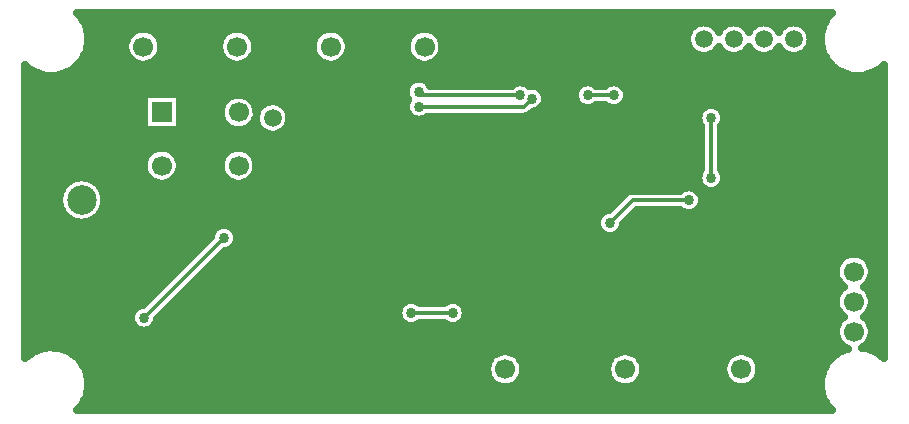
<source format=gbr>
%TF.GenerationSoftware,Novarm,DipTrace,3.3.0.1*%
%TF.CreationDate,2018-11-14T10:18:32-08:00*%
%FSLAX26Y26*%
%MOIN*%
%TF.FileFunction,Copper,L2,Bot*%
%TF.Part,Single*%
%TA.AperFunction,Conductor*%
%ADD14C,0.013*%
%TA.AperFunction,CopperBalancing*%
%ADD18C,0.025*%
%TA.AperFunction,ComponentPad*%
%ADD19C,0.102362*%
%ADD20C,0.098425*%
%ADD23R,0.066929X0.066929*%
%ADD24C,0.066929*%
%ADD25R,0.059055X0.059055*%
%ADD26C,0.059055*%
%ADD28C,0.066929*%
%TA.AperFunction,ViaPad*%
%ADD43C,0.034*%
G75*
G01*
%LPD*%
X2718700Y1406200D2*
D14*
Y1206200D1*
X2393700Y1481200D2*
X2306200D1*
X2643700Y1131200D2*
X2456200D1*
X2381200Y1056200D1*
X1718700Y756200D2*
X1856200D1*
X2120865Y1470865D2*
X2093700Y1443700D1*
X1743700D1*
Y1493700D2*
Y1481200D1*
X2081200D1*
X828050Y740550D2*
X1093700Y1006200D1*
D43*
X2718700Y1406200D3*
Y1206200D3*
X2393700Y1481200D3*
X2306200D3*
X2643700Y1131200D3*
X2381200Y1056200D3*
X2718700Y1206200D3*
X1718700Y756200D3*
X1856200D3*
X2120865Y1470865D3*
X1743700Y1443700D3*
Y1493700D3*
X2081200Y1481200D3*
X828050Y740550D3*
X1093700Y1006200D3*
X3043700Y1343700D3*
X2006200Y1231200D3*
X1906200Y993700D3*
X2818700Y893700D3*
X3006200D3*
X2006200Y1393700D3*
X2243700Y1418700D3*
X2318700Y1181200D3*
X2193700Y1306200D3*
X2568700Y1206200D3*
X2843700Y1006200D3*
X3006200D3*
X2718700Y868700D3*
X2618700Y956200D3*
X1956200Y1531200D3*
X2868700Y731200D3*
X2543700Y818700D3*
X2393700Y831200D3*
X2181200D3*
X1793700Y943700D3*
X1806200Y693700D3*
X1456200Y631200D3*
X1081200D3*
X1431200Y881200D3*
X1081200Y918700D3*
X1443700Y1093700D3*
X1093700Y1156200D3*
X1243700Y1243700D3*
X1556200Y1331200D3*
X1681200Y1543700D3*
X1931200Y1643700D3*
X1568700Y1631200D3*
X1406200Y1568700D3*
X931200Y1631200D3*
Y1543700D3*
X1143700D3*
X1256200Y1681200D3*
X1018700Y1331200D3*
X806200Y618700D3*
X606200Y831200D3*
X3131200Y1081200D3*
X2281200Y1631200D3*
X1706200Y1056200D3*
X1718700Y1218700D3*
X2568700Y1343700D3*
X2781200Y1356200D3*
X2931200Y1343700D3*
X2318700Y731200D3*
X2293700Y581200D3*
X2718700Y656200D3*
X3106200Y681200D3*
X627237Y1730331D2*
D18*
X3097671D1*
X638182Y1705462D2*
X2648903D1*
X3038474D2*
X3086726D1*
X643241Y1680594D2*
X775318D1*
X874873D2*
X1087834D1*
X1187352D2*
X1400313D1*
X1499868D2*
X1712829D1*
X1812384D2*
X2636452D1*
X3050962D2*
X3081630D1*
X643133Y1655725D2*
X763835D1*
X886356D2*
X1076351D1*
X1198835D2*
X1388867D1*
X1511351D2*
X1701346D1*
X1823831D2*
X2636703D1*
X3050710D2*
X3081775D1*
X637859Y1630856D2*
X764015D1*
X886176D2*
X1076531D1*
X1198657D2*
X1389010D1*
X1511171D2*
X1701525D1*
X1823687D2*
X2649872D1*
X3037506D2*
X3087049D1*
X626591Y1605987D2*
X775965D1*
X874228D2*
X1088480D1*
X1186707D2*
X1400960D1*
X1499222D2*
X1713474D1*
X1811701D2*
X3098317D1*
X607033Y1581119D2*
X3117875D1*
X434718Y1556250D2*
X467289D1*
X570109D2*
X3154763D1*
X3257619D2*
X3290190D1*
X434718Y1531381D2*
X1719468D1*
X1767923D2*
X3290190D1*
X434718Y1506512D2*
X1699624D1*
X2148296D2*
X2268315D1*
X2431565D2*
X3290190D1*
X434718Y1481644D2*
X824301D1*
X949262D2*
X1122533D1*
X1162844D2*
X1699409D1*
X2165520D2*
X2260207D1*
X2439710D2*
X3290190D1*
X434718Y1456775D2*
X824301D1*
X949262D2*
X1089735D1*
X1195607D2*
X1229577D1*
X1282805D2*
X1699695D1*
X2164515D2*
X2267707D1*
X2432212D2*
X3290190D1*
X434718Y1431906D2*
X824301D1*
X949262D2*
X1080693D1*
X1308498D2*
X1699336D1*
X2142697D2*
X2681092D1*
X2756281D2*
X3290190D1*
X434718Y1407037D2*
X824301D1*
X949262D2*
X1082775D1*
X1314705D2*
X1717781D1*
X1769609D2*
X2672695D1*
X2764678D2*
X3290190D1*
X434718Y1382169D2*
X824301D1*
X949262D2*
X1097558D1*
X1187819D2*
X1203094D1*
X1309323D2*
X2679944D1*
X2757465D2*
X3290190D1*
X434718Y1357300D2*
X1226347D1*
X1286035D2*
X2683209D1*
X2754200D2*
X3290190D1*
X434718Y1332431D2*
X2683209D1*
X2754200D2*
X3290190D1*
X434718Y1307562D2*
X2683209D1*
X2754200D2*
X3290190D1*
X434718Y1282693D2*
X835962D1*
X937599D2*
X1091889D1*
X1193489D2*
X2683209D1*
X2754200D2*
X3290190D1*
X434718Y1257825D2*
X825270D1*
X948292D2*
X1081159D1*
X1204183D2*
X2683209D1*
X2754200D2*
X3290190D1*
X434718Y1232956D2*
X826023D1*
X947539D2*
X1081949D1*
X1203428D2*
X2681917D1*
X2755491D2*
X3290190D1*
X434718Y1208087D2*
X612045D1*
X628133D2*
X838797D1*
X934764D2*
X1094724D1*
X1190654D2*
X2672730D1*
X2764642D2*
X3290190D1*
X434718Y1183218D2*
X561305D1*
X678875D2*
X2679262D1*
X2758148D2*
X3290190D1*
X434718Y1158350D2*
X546377D1*
X693766D2*
X2434926D1*
X2680171D2*
X3290190D1*
X434718Y1133481D2*
X541856D1*
X698288D2*
X2409305D1*
X2689645D2*
X3290190D1*
X434718Y1108612D2*
X545767D1*
X694411D2*
X2384438D1*
X2683364D2*
X3290190D1*
X434718Y1083743D2*
X559726D1*
X680453D2*
X2345036D1*
X2457905D2*
X3290190D1*
X434718Y1058875D2*
X600239D1*
X639903D2*
X2335276D1*
X2433036D2*
X3290190D1*
X434718Y1034006D2*
X1057763D1*
X1129651D2*
X2341305D1*
X2421123D2*
X3290190D1*
X434718Y1009137D2*
X1047464D1*
X1139591D2*
X3290190D1*
X434718Y984268D2*
X1022596D1*
X1133777D2*
X3290190D1*
X434718Y959399D2*
X997729D1*
X1096064D2*
X3290190D1*
X434718Y934531D2*
X972861D1*
X1071196D2*
X3147300D1*
X3240108D2*
X3290190D1*
X434718Y909662D2*
X947993D1*
X1046329D2*
X3133413D1*
X3253995D2*
X3290190D1*
X434718Y884793D2*
X923125D1*
X1021460D2*
X3131905D1*
X3255502D2*
X3290190D1*
X434718Y859924D2*
X898258D1*
X996592D2*
X3141666D1*
X3245742D2*
X3290190D1*
X434718Y835056D2*
X873390D1*
X971725D2*
X3147766D1*
X3239606D2*
X3290190D1*
X434718Y810187D2*
X848523D1*
X946857D2*
X3133556D1*
X3253851D2*
X3290190D1*
X434718Y785318D2*
X823654D1*
X921989D2*
X1683871D1*
X1891006D2*
X3131833D1*
X3255574D2*
X3290190D1*
X434718Y760449D2*
X786873D1*
X897121D2*
X1672926D1*
X1901986D2*
X3141306D1*
X3246100D2*
X3290190D1*
X434718Y735581D2*
X782352D1*
X873760D2*
X1677914D1*
X1896998D2*
X3148268D1*
X3239103D2*
X3290190D1*
X434718Y710712D2*
X793906D1*
X862207D2*
X3133699D1*
X3253708D2*
X3290190D1*
X434718Y685843D2*
X3131762D1*
X3255646D2*
X3290190D1*
X434718Y660974D2*
X3140948D1*
X3246460D2*
X3290190D1*
X434718Y636106D2*
X480781D1*
X556616D2*
X3168292D1*
X3244127D2*
X3290190D1*
X601687Y611237D2*
X1986445D1*
X2075953D2*
X2386447D1*
X2475955D2*
X2773924D1*
X2863468D2*
X3123221D1*
X623469Y586368D2*
X1971410D1*
X2090989D2*
X2371411D1*
X2490990D2*
X2758889D1*
X2878503D2*
X3101439D1*
X636136Y561499D2*
X1969186D1*
X2093213D2*
X2369187D1*
X2493214D2*
X2756663D1*
X2880728D2*
X3088772D1*
X642523Y536630D2*
X1978049D1*
X2084386D2*
X2378014D1*
X2484351D2*
X2765527D1*
X2871864D2*
X3082385D1*
X643636Y511762D2*
X2009878D1*
X2052520D2*
X2409878D1*
X2452522D2*
X2797393D1*
X2839999D2*
X3081272D1*
X639616Y486893D2*
X3085255D1*
X629964Y462024D2*
X3094944D1*
X612775Y437155D2*
X3112096D1*
X695557Y1126637D2*
X694859Y1120734D1*
X693699Y1114903D1*
X692085Y1109182D1*
X690027Y1103604D1*
X687539Y1098205D1*
X684633Y1093018D1*
X681331Y1088075D1*
X677650Y1083406D1*
X673615Y1079041D1*
X669250Y1075006D1*
X664581Y1071325D1*
X659638Y1068023D1*
X654451Y1065117D1*
X649052Y1062629D1*
X643474Y1060571D1*
X637752Y1058957D1*
X631922Y1057797D1*
X626019Y1057099D1*
X620078Y1056865D1*
X614137Y1057099D1*
X608234Y1057797D1*
X602403Y1058957D1*
X596682Y1060571D1*
X591104Y1062629D1*
X585705Y1065117D1*
X580518Y1068023D1*
X575575Y1071325D1*
X570906Y1075006D1*
X566541Y1079041D1*
X562506Y1083406D1*
X558825Y1088075D1*
X555523Y1093018D1*
X552617Y1098205D1*
X550129Y1103604D1*
X548071Y1109182D1*
X546457Y1114903D1*
X545297Y1120734D1*
X544599Y1126637D1*
X544365Y1132578D1*
X544599Y1138519D1*
X545297Y1144422D1*
X546457Y1150252D1*
X548071Y1155974D1*
X550129Y1161552D1*
X552617Y1166951D1*
X555523Y1172138D1*
X558825Y1177081D1*
X562506Y1181750D1*
X566541Y1186115D1*
X570906Y1190150D1*
X575575Y1193831D1*
X580518Y1197133D1*
X585705Y1200039D1*
X591104Y1202527D1*
X596682Y1204585D1*
X602403Y1206199D1*
X608234Y1207359D1*
X614137Y1208057D1*
X620078Y1208291D1*
X626019Y1208057D1*
X631922Y1207359D1*
X637752Y1206199D1*
X643474Y1204585D1*
X649052Y1202527D1*
X654451Y1200039D1*
X659638Y1197133D1*
X664581Y1193831D1*
X669250Y1190150D1*
X673615Y1186115D1*
X677650Y1181750D1*
X681331Y1177081D1*
X684633Y1172138D1*
X687539Y1166951D1*
X690027Y1161552D1*
X692085Y1155974D1*
X693699Y1150252D1*
X694859Y1144422D1*
X695557Y1138519D1*
X695791Y1132578D1*
X695557Y1126637D1*
X3253480Y888995D2*
X3252007Y879701D1*
X3249100Y870752D1*
X3244829Y862368D1*
X3239297Y854756D1*
X3232644Y848103D1*
X3226759Y843726D1*
X3232644Y839297D1*
X3239297Y832644D1*
X3244829Y825032D1*
X3249100Y816648D1*
X3252007Y807699D1*
X3253480Y798405D1*
Y788995D1*
X3252007Y779701D1*
X3249100Y770752D1*
X3244829Y762368D1*
X3239297Y754756D1*
X3232644Y748103D1*
X3226759Y743726D1*
X3232644Y739297D1*
X3239297Y732644D1*
X3244829Y725032D1*
X3249100Y716648D1*
X3252007Y707699D1*
X3253480Y698405D1*
Y688995D1*
X3252007Y679701D1*
X3249100Y670752D1*
X3244829Y662368D1*
X3239297Y654756D1*
X3232644Y648103D1*
X3225032Y642571D1*
X3221165Y640406D1*
X3234360Y638054D1*
X3243213Y635612D1*
X3251859Y632514D1*
X3260249Y628777D1*
X3268335Y624424D1*
X3276074Y619477D1*
X3283420Y613965D1*
X3292724Y605490D1*
X3292700Y1581809D1*
X3282532Y1572722D1*
X3275134Y1567279D1*
X3267351Y1562403D1*
X3259225Y1558125D1*
X3250800Y1554466D1*
X3242127Y1551449D1*
X3233250Y1549090D1*
X3224222Y1547401D1*
X3215094Y1546392D1*
X3205915Y1546069D1*
X3196738Y1546435D1*
X3187615Y1547485D1*
X3178595Y1549216D1*
X3169730Y1551617D1*
X3161070Y1554675D1*
X3152663Y1558372D1*
X3144556Y1562688D1*
X3136794Y1567599D1*
X3129423Y1573077D1*
X3122482Y1579091D1*
X3116011Y1585608D1*
X3110045Y1592591D1*
X3104619Y1600001D1*
X3099762Y1607796D1*
X3095502Y1615932D1*
X3091864Y1624365D1*
X3088867Y1633046D1*
X3086527Y1641928D1*
X3084859Y1650959D1*
X3083872Y1660090D1*
X3083570Y1669270D1*
X3083957Y1678445D1*
X3085029Y1687567D1*
X3086780Y1696582D1*
X3089203Y1705441D1*
X3092280Y1714095D1*
X3095997Y1722493D1*
X3100333Y1730590D1*
X3105260Y1738339D1*
X3110755Y1745699D1*
X3119414Y1755224D1*
X605596Y1755200D1*
X615208Y1744361D1*
X620599Y1736927D1*
X625420Y1729109D1*
X629642Y1720953D1*
X633241Y1712503D1*
X636199Y1703809D1*
X638497Y1694917D1*
X640123Y1685877D1*
X641067Y1676742D1*
X641331Y1668700D1*
X640987Y1659523D1*
X639957Y1650396D1*
X638247Y1641372D1*
X635867Y1632502D1*
X632830Y1623835D1*
X629151Y1615419D1*
X624855Y1607302D1*
X619961Y1599529D1*
X614501Y1592145D1*
X608503Y1585191D1*
X602001Y1578704D1*
X595032Y1572722D1*
X587634Y1567279D1*
X579851Y1562403D1*
X571725Y1558125D1*
X563300Y1554466D1*
X554627Y1551449D1*
X545750Y1549090D1*
X536722Y1547401D1*
X527594Y1546392D1*
X518415Y1546069D1*
X509238Y1546435D1*
X500115Y1547485D1*
X491095Y1549216D1*
X482230Y1551617D1*
X473570Y1554675D1*
X465163Y1558372D1*
X457056Y1562688D1*
X449294Y1567599D1*
X441923Y1573077D1*
X432176Y1581917D1*
X432200Y605591D1*
X442814Y615032D1*
X450237Y620441D1*
X458043Y625279D1*
X466190Y629520D1*
X474630Y633140D1*
X483319Y636116D1*
X492205Y638435D1*
X501241Y640082D1*
X510375Y641048D1*
X519554Y641329D1*
X528729Y640920D1*
X537848Y639827D1*
X546860Y638054D1*
X555713Y635612D1*
X564359Y632514D1*
X572749Y628777D1*
X580835Y624424D1*
X588574Y619477D1*
X595920Y613965D1*
X602833Y607919D1*
X609275Y601372D1*
X615208Y594361D1*
X620599Y586927D1*
X625420Y579109D1*
X629642Y570953D1*
X633241Y562503D1*
X636199Y553809D1*
X638497Y544917D1*
X640123Y535877D1*
X641067Y526742D1*
X641331Y518700D1*
X640987Y509523D1*
X639957Y500396D1*
X638247Y491372D1*
X635867Y482502D1*
X632830Y473835D1*
X629151Y465419D1*
X624855Y457302D1*
X619961Y449529D1*
X614501Y442145D1*
X605481Y432175D1*
X3119304Y432200D1*
X3110045Y442591D1*
X3104619Y450001D1*
X3099762Y457796D1*
X3095502Y465932D1*
X3091864Y474365D1*
X3088867Y483046D1*
X3086527Y491928D1*
X3084859Y500959D1*
X3083872Y510090D1*
X3083570Y519270D1*
X3083957Y528445D1*
X3085029Y537567D1*
X3086780Y546582D1*
X3089203Y555441D1*
X3092280Y564095D1*
X3095997Y572493D1*
X3100333Y580590D1*
X3105260Y588339D1*
X3110755Y595699D1*
X3116785Y602625D1*
X3123318Y609082D1*
X3130314Y615032D1*
X3137737Y620441D1*
X3145543Y625279D1*
X3153690Y629520D1*
X3162130Y633140D1*
X3174186Y636995D1*
X3166477Y640271D1*
X3158453Y645188D1*
X3151298Y651298D1*
X3145188Y658453D1*
X3140271Y666477D1*
X3136670Y675170D1*
X3134474Y684319D1*
X3133735Y693700D1*
X3134474Y703081D1*
X3136670Y712230D1*
X3140271Y720923D1*
X3145188Y728947D1*
X3151298Y736102D1*
X3158453Y742212D1*
X3160641Y743674D1*
X3154756Y748103D1*
X3148103Y754756D1*
X3142571Y762368D1*
X3138300Y770752D1*
X3135393Y779701D1*
X3133920Y788995D1*
Y798405D1*
X3135393Y807699D1*
X3138300Y816648D1*
X3142571Y825032D1*
X3148103Y832644D1*
X3154756Y839297D1*
X3160641Y843674D1*
X3154756Y848103D1*
X3148103Y854756D1*
X3142571Y862368D1*
X3138300Y870752D1*
X3135393Y879701D1*
X3133920Y888995D1*
Y898405D1*
X3135393Y907699D1*
X3138300Y916648D1*
X3142571Y925032D1*
X3148103Y932644D1*
X3154756Y939297D1*
X3162368Y944829D1*
X3170752Y949100D1*
X3179701Y952007D1*
X3188995Y953480D1*
X3198405D1*
X3207699Y952007D1*
X3216648Y949100D1*
X3225032Y944829D1*
X3232644Y939297D1*
X3239297Y932644D1*
X3244829Y925032D1*
X3249100Y916648D1*
X3252007Y907699D1*
X3253480Y898405D1*
Y888995D1*
X2090980Y563995D2*
X2089507Y554701D1*
X2086600Y545752D1*
X2082329Y537368D1*
X2076797Y529756D1*
X2070144Y523103D1*
X2062532Y517571D1*
X2054148Y513300D1*
X2045199Y510393D1*
X2035905Y508920D1*
X2026495D1*
X2017201Y510393D1*
X2008252Y513300D1*
X1999868Y517571D1*
X1992256Y523103D1*
X1985603Y529756D1*
X1980071Y537368D1*
X1975800Y545752D1*
X1972893Y554701D1*
X1971420Y563995D1*
Y573405D1*
X1972893Y582699D1*
X1975800Y591648D1*
X1980071Y600032D1*
X1985603Y607644D1*
X1992256Y614297D1*
X1999868Y619829D1*
X2008252Y624100D1*
X2017201Y627007D1*
X2026495Y628480D1*
X2035905D1*
X2045199Y627007D1*
X2054148Y624100D1*
X2062532Y619829D1*
X2070144Y614297D1*
X2076797Y607644D1*
X2082329Y600032D1*
X2086600Y591648D1*
X2089507Y582699D1*
X2090980Y573405D1*
Y563995D1*
X2490980D2*
X2489507Y554701D1*
X2486600Y545752D1*
X2482329Y537368D1*
X2476797Y529756D1*
X2470144Y523103D1*
X2462532Y517571D1*
X2454148Y513300D1*
X2445199Y510393D1*
X2435905Y508920D1*
X2426495D1*
X2417201Y510393D1*
X2408252Y513300D1*
X2399868Y517571D1*
X2392256Y523103D1*
X2385603Y529756D1*
X2380071Y537368D1*
X2375800Y545752D1*
X2372893Y554701D1*
X2371420Y563995D1*
Y573405D1*
X2372893Y582699D1*
X2375800Y591648D1*
X2380071Y600032D1*
X2385603Y607644D1*
X2392256Y614297D1*
X2399868Y619829D1*
X2408252Y624100D1*
X2417201Y627007D1*
X2426495Y628480D1*
X2435905D1*
X2445199Y627007D1*
X2454148Y624100D1*
X2462532Y619829D1*
X2470144Y614297D1*
X2476797Y607644D1*
X2482329Y600032D1*
X2486600Y591648D1*
X2489507Y582699D1*
X2490980Y573405D1*
Y563995D1*
X2878480D2*
X2877007Y554701D1*
X2874100Y545752D1*
X2869829Y537368D1*
X2864297Y529756D1*
X2857644Y523103D1*
X2850032Y517571D1*
X2841648Y513300D1*
X2832699Y510393D1*
X2823405Y508920D1*
X2813995D1*
X2804701Y510393D1*
X2795752Y513300D1*
X2787368Y517571D1*
X2779756Y523103D1*
X2773103Y529756D1*
X2767571Y537368D1*
X2763300Y545752D1*
X2760393Y554701D1*
X2758920Y563995D1*
Y573405D1*
X2760393Y582699D1*
X2763300Y591648D1*
X2767571Y600032D1*
X2773103Y607644D1*
X2779756Y614297D1*
X2787368Y619829D1*
X2795752Y624100D1*
X2804701Y627007D1*
X2813995Y628480D1*
X2823405D1*
X2832699Y627007D1*
X2841648Y624100D1*
X2850032Y619829D1*
X2857644Y614297D1*
X2864297Y607644D1*
X2869829Y600032D1*
X2874100Y591648D1*
X2877007Y582699D1*
X2878480Y573405D1*
Y563995D1*
X1312054Y1401804D2*
X1310679Y1393121D1*
X1307962Y1384759D1*
X1303972Y1376926D1*
X1298804Y1369813D1*
X1292587Y1363596D1*
X1285474Y1358428D1*
X1277641Y1354438D1*
X1269279Y1351721D1*
X1260596Y1350346D1*
X1251804D1*
X1243121Y1351721D1*
X1234759Y1354438D1*
X1226926Y1358428D1*
X1219813Y1363596D1*
X1213596Y1369813D1*
X1208428Y1376926D1*
X1204438Y1384759D1*
X1201721Y1393121D1*
X1200346Y1401804D1*
X1200222Y1407453D1*
X1198087Y1401393D1*
X1193815Y1393008D1*
X1188284Y1385397D1*
X1181630Y1378743D1*
X1174019Y1373212D1*
X1165634Y1368940D1*
X1156686Y1366033D1*
X1147392Y1364561D1*
X1137982D1*
X1128688Y1366033D1*
X1119739Y1368940D1*
X1111355Y1373212D1*
X1103743Y1378743D1*
X1097090Y1385397D1*
X1091558Y1393008D1*
X1087287Y1401393D1*
X1084380Y1410342D1*
X1082907Y1419636D1*
Y1429045D1*
X1084380Y1438339D1*
X1087287Y1447288D1*
X1091558Y1455672D1*
X1097090Y1463284D1*
X1103743Y1469938D1*
X1111355Y1475469D1*
X1119739Y1479741D1*
X1128688Y1482648D1*
X1137982Y1484120D1*
X1147392D1*
X1156686Y1482648D1*
X1165634Y1479741D1*
X1174019Y1475469D1*
X1181630Y1469938D1*
X1188284Y1463284D1*
X1193815Y1455672D1*
X1198087Y1447288D1*
X1200994Y1438339D1*
X1202466Y1429045D1*
X1202577Y1422448D1*
X1204438Y1427641D1*
X1208428Y1435474D1*
X1213596Y1442587D1*
X1219813Y1448804D1*
X1226926Y1453972D1*
X1234759Y1457962D1*
X1243121Y1460679D1*
X1251804Y1462054D1*
X1260596D1*
X1269279Y1460679D1*
X1277641Y1457962D1*
X1285474Y1453972D1*
X1292587Y1448804D1*
X1298804Y1442587D1*
X1303972Y1435474D1*
X1307962Y1427641D1*
X1310679Y1419279D1*
X1312054Y1410596D1*
Y1401804D1*
X2743700Y1643436D2*
X2739027Y1635768D1*
X2733318Y1629082D1*
X2726632Y1623373D1*
X2719136Y1618779D1*
X2711014Y1615415D1*
X2702465Y1613363D1*
X2693700Y1612672D1*
X2684935Y1613363D1*
X2676386Y1615415D1*
X2668264Y1618779D1*
X2660768Y1623373D1*
X2654082Y1629082D1*
X2648373Y1635768D1*
X2643779Y1643264D1*
X2640415Y1651386D1*
X2638363Y1659935D1*
X2637672Y1668700D1*
X2638363Y1677465D1*
X2640415Y1686014D1*
X2643779Y1694136D1*
X2648373Y1701632D1*
X2654082Y1708318D1*
X2660768Y1714027D1*
X2668264Y1718621D1*
X2676386Y1721985D1*
X2684935Y1724037D1*
X2693700Y1724728D1*
X2702465Y1724037D1*
X2711014Y1721985D1*
X2719136Y1718621D1*
X2726632Y1714027D1*
X2733318Y1708318D1*
X2739027Y1701632D1*
X2743700Y1693964D1*
X2748373Y1701632D1*
X2754082Y1708318D1*
X2760768Y1714027D1*
X2768264Y1718621D1*
X2776386Y1721985D1*
X2784935Y1724037D1*
X2793700Y1724728D1*
X2802465Y1724037D1*
X2811014Y1721985D1*
X2819136Y1718621D1*
X2826632Y1714027D1*
X2833318Y1708318D1*
X2839027Y1701632D1*
X2843700Y1693964D1*
X2848373Y1701632D1*
X2854082Y1708318D1*
X2860768Y1714027D1*
X2868264Y1718621D1*
X2876386Y1721985D1*
X2884935Y1724037D1*
X2893700Y1724728D1*
X2902465Y1724037D1*
X2911014Y1721985D1*
X2919136Y1718621D1*
X2926632Y1714027D1*
X2933318Y1708318D1*
X2939027Y1701632D1*
X2943700Y1693964D1*
X2948373Y1701632D1*
X2954082Y1708318D1*
X2960768Y1714027D1*
X2968264Y1718621D1*
X2976386Y1721985D1*
X2984935Y1724037D1*
X2993700Y1724728D1*
X3002465Y1724037D1*
X3011014Y1721985D1*
X3019136Y1718621D1*
X3026632Y1714027D1*
X3033318Y1708318D1*
X3039027Y1701632D1*
X3043621Y1694136D1*
X3046985Y1686014D1*
X3049037Y1677465D1*
X3049728Y1668700D1*
X3049037Y1659935D1*
X3046985Y1651386D1*
X3043621Y1643264D1*
X3039027Y1635768D1*
X3033318Y1629082D1*
X3026632Y1623373D1*
X3019136Y1618779D1*
X3011014Y1615415D1*
X3002465Y1613363D1*
X2993700Y1612672D1*
X2984935Y1613363D1*
X2976386Y1615415D1*
X2968264Y1618779D1*
X2960768Y1623373D1*
X2954082Y1629082D1*
X2948373Y1635768D1*
X2943700Y1643436D1*
X2939027Y1635768D1*
X2933318Y1629082D1*
X2926632Y1623373D1*
X2919136Y1618779D1*
X2911014Y1615415D1*
X2902465Y1613363D1*
X2893700Y1612672D1*
X2884935Y1613363D1*
X2876386Y1615415D1*
X2868264Y1618779D1*
X2860768Y1623373D1*
X2854082Y1629082D1*
X2848373Y1635768D1*
X2843700Y1643436D1*
X2839027Y1635768D1*
X2833318Y1629082D1*
X2826632Y1623373D1*
X2819136Y1618779D1*
X2811014Y1615415D1*
X2802465Y1613363D1*
X2793700Y1612672D1*
X2784935Y1613363D1*
X2776386Y1615415D1*
X2768264Y1618779D1*
X2760768Y1623373D1*
X2754082Y1629082D1*
X2748373Y1635768D1*
X2743700Y1643436D1*
X1822377Y1638995D2*
X1820905Y1629701D1*
X1817998Y1620752D1*
X1813726Y1612368D1*
X1808195Y1604756D1*
X1801541Y1598103D1*
X1793930Y1592571D1*
X1785545Y1588300D1*
X1776596Y1585393D1*
X1767302Y1583920D1*
X1757893D1*
X1748599Y1585393D1*
X1739650Y1588300D1*
X1731266Y1592571D1*
X1723654Y1598103D1*
X1717001Y1604756D1*
X1711469Y1612368D1*
X1707197Y1620752D1*
X1704291Y1629701D1*
X1702818Y1638995D1*
Y1648405D1*
X1704291Y1657699D1*
X1707197Y1666648D1*
X1711469Y1675032D1*
X1717001Y1682644D1*
X1723654Y1689297D1*
X1731266Y1694829D1*
X1739650Y1699100D1*
X1748599Y1702007D1*
X1757893Y1703480D1*
X1767302D1*
X1776596Y1702007D1*
X1785545Y1699100D1*
X1793930Y1694829D1*
X1801541Y1689297D1*
X1808195Y1682644D1*
X1813726Y1675032D1*
X1817998Y1666648D1*
X1820905Y1657699D1*
X1822377Y1648405D1*
Y1638995D1*
X1509877D2*
X1508405Y1629701D1*
X1505498Y1620752D1*
X1501226Y1612368D1*
X1495695Y1604756D1*
X1489041Y1598103D1*
X1481430Y1592571D1*
X1473045Y1588300D1*
X1464096Y1585393D1*
X1454802Y1583920D1*
X1445393D1*
X1436099Y1585393D1*
X1427150Y1588300D1*
X1418766Y1592571D1*
X1411154Y1598103D1*
X1404501Y1604756D1*
X1398969Y1612368D1*
X1394697Y1620752D1*
X1391791Y1629701D1*
X1390318Y1638995D1*
Y1648405D1*
X1391791Y1657699D1*
X1394697Y1666648D1*
X1398969Y1675032D1*
X1404501Y1682644D1*
X1411154Y1689297D1*
X1418766Y1694829D1*
X1427150Y1699100D1*
X1436099Y1702007D1*
X1445393Y1703480D1*
X1454802D1*
X1464096Y1702007D1*
X1473045Y1699100D1*
X1481430Y1694829D1*
X1489041Y1689297D1*
X1495695Y1682644D1*
X1501226Y1675032D1*
X1505498Y1666648D1*
X1508405Y1657699D1*
X1509877Y1648405D1*
Y1638995D1*
X1197377D2*
X1195905Y1629701D1*
X1192998Y1620752D1*
X1188726Y1612368D1*
X1183195Y1604756D1*
X1176541Y1598103D1*
X1168930Y1592571D1*
X1160545Y1588300D1*
X1151596Y1585393D1*
X1142302Y1583920D1*
X1132893D1*
X1123599Y1585393D1*
X1114650Y1588300D1*
X1106266Y1592571D1*
X1098654Y1598103D1*
X1092001Y1604756D1*
X1086469Y1612368D1*
X1082197Y1620752D1*
X1079291Y1629701D1*
X1077818Y1638995D1*
Y1648405D1*
X1079291Y1657699D1*
X1082197Y1666648D1*
X1086469Y1675032D1*
X1092001Y1682644D1*
X1098654Y1689297D1*
X1106266Y1694829D1*
X1114650Y1699100D1*
X1123599Y1702007D1*
X1132893Y1703480D1*
X1142302D1*
X1151596Y1702007D1*
X1160545Y1699100D1*
X1168930Y1694829D1*
X1176541Y1689297D1*
X1183195Y1682644D1*
X1188726Y1675032D1*
X1192998Y1666648D1*
X1195905Y1657699D1*
X1197377Y1648405D1*
Y1638995D1*
X884877D2*
X883405Y1629701D1*
X880498Y1620752D1*
X876226Y1612368D1*
X870695Y1604756D1*
X864041Y1598103D1*
X856430Y1592571D1*
X848045Y1588300D1*
X839096Y1585393D1*
X829802Y1583920D1*
X820393D1*
X811099Y1585393D1*
X802150Y1588300D1*
X793766Y1592571D1*
X786154Y1598103D1*
X779501Y1604756D1*
X773969Y1612368D1*
X769697Y1620752D1*
X766791Y1629701D1*
X765318Y1638995D1*
Y1648405D1*
X766791Y1657699D1*
X769697Y1666648D1*
X773969Y1675032D1*
X779501Y1682644D1*
X786154Y1689297D1*
X793766Y1694829D1*
X802150Y1699100D1*
X811099Y1702007D1*
X820393Y1703480D1*
X829802D1*
X839096Y1702007D1*
X848045Y1699100D1*
X856430Y1694829D1*
X864041Y1689297D1*
X870695Y1682644D1*
X876226Y1675032D1*
X880498Y1666648D1*
X883405Y1657699D1*
X884877Y1648405D1*
Y1638995D1*
X836003Y1484305D2*
X946746D1*
Y1364376D1*
X826817D1*
Y1484305D1*
X836003D1*
X946561Y1242470D2*
X945088Y1233176D1*
X942182Y1224228D1*
X937910Y1215843D1*
X932378Y1208231D1*
X925725Y1201578D1*
X918113Y1196046D1*
X909729Y1191775D1*
X900780Y1188868D1*
X891486Y1187396D1*
X882077D1*
X872783Y1188868D1*
X863834Y1191775D1*
X855449Y1196046D1*
X847838Y1201578D1*
X841184Y1208231D1*
X835653Y1215843D1*
X831381Y1224228D1*
X828474Y1233176D1*
X827002Y1242470D1*
Y1251880D1*
X828474Y1261174D1*
X831381Y1270123D1*
X835653Y1278507D1*
X841184Y1286119D1*
X847838Y1292772D1*
X855449Y1298304D1*
X863834Y1302575D1*
X872783Y1305482D1*
X882077Y1306955D1*
X891486D1*
X900780Y1305482D1*
X909729Y1302575D1*
X918113Y1298304D1*
X925725Y1292772D1*
X932378Y1286119D1*
X937910Y1278507D1*
X942182Y1270123D1*
X945088Y1261174D1*
X946561Y1251880D1*
Y1242470D1*
X1202466D2*
X1200994Y1233176D1*
X1198087Y1224228D1*
X1193815Y1215843D1*
X1188284Y1208231D1*
X1181630Y1201578D1*
X1174019Y1196046D1*
X1165634Y1191775D1*
X1156686Y1188868D1*
X1147392Y1187396D1*
X1137982D1*
X1128688Y1188868D1*
X1119739Y1191775D1*
X1111355Y1196046D1*
X1103743Y1201578D1*
X1097090Y1208231D1*
X1091558Y1215843D1*
X1087287Y1224228D1*
X1084380Y1233176D1*
X1082907Y1242470D1*
Y1251880D1*
X1084380Y1261174D1*
X1087287Y1270123D1*
X1091558Y1278507D1*
X1097090Y1286119D1*
X1103743Y1292772D1*
X1111355Y1298304D1*
X1119739Y1302575D1*
X1128688Y1305482D1*
X1137982Y1306955D1*
X1147392D1*
X1156686Y1305482D1*
X1165634Y1302575D1*
X1174019Y1298304D1*
X1181630Y1292772D1*
X1188284Y1286119D1*
X1193815Y1278507D1*
X1198087Y1270123D1*
X1200994Y1261174D1*
X1202466Y1251880D1*
Y1242470D1*
X2751700Y1377888D2*
X2751777Y1234451D1*
X2755789Y1228928D1*
X2758889Y1222847D1*
X2760998Y1216355D1*
X2762066Y1209613D1*
Y1202787D1*
X2760998Y1196045D1*
X2758889Y1189553D1*
X2755789Y1183472D1*
X2751777Y1177949D1*
X2746951Y1173123D1*
X2741428Y1169111D1*
X2735347Y1166011D1*
X2728855Y1163902D1*
X2722113Y1162834D1*
X2715287D1*
X2708545Y1163902D1*
X2702053Y1166011D1*
X2695972Y1169111D1*
X2690449Y1173123D1*
X2685623Y1177949D1*
X2681611Y1183472D1*
X2678511Y1189553D1*
X2676402Y1196045D1*
X2675334Y1202787D1*
Y1209613D1*
X2676402Y1216355D1*
X2678511Y1222847D1*
X2681611Y1228928D1*
X2685704Y1234539D1*
X2685623Y1377949D1*
X2681611Y1383472D1*
X2678511Y1389553D1*
X2676402Y1396045D1*
X2675334Y1402787D1*
Y1409613D1*
X2676402Y1416355D1*
X2678511Y1422847D1*
X2681611Y1428928D1*
X2685623Y1434451D1*
X2690449Y1439277D1*
X2695972Y1443289D1*
X2702053Y1446389D1*
X2708545Y1448498D1*
X2715287Y1449566D1*
X2722113D1*
X2728855Y1448498D1*
X2735347Y1446389D1*
X2741428Y1443289D1*
X2746951Y1439277D1*
X2751777Y1434451D1*
X2755789Y1428928D1*
X2758889Y1422847D1*
X2760998Y1416355D1*
X2762066Y1409613D1*
Y1402787D1*
X2760998Y1396045D1*
X2758889Y1389553D1*
X2755789Y1383472D1*
X2751696Y1377861D1*
X2365388Y1448200D2*
X2334451Y1448123D1*
X2328928Y1444111D1*
X2322847Y1441011D1*
X2316355Y1438902D1*
X2309613Y1437834D1*
X2302787D1*
X2296045Y1438902D1*
X2289553Y1441011D1*
X2283472Y1444111D1*
X2277949Y1448123D1*
X2273123Y1452949D1*
X2269111Y1458472D1*
X2266011Y1464553D1*
X2263902Y1471045D1*
X2262834Y1477787D1*
Y1484613D1*
X2263902Y1491355D1*
X2266011Y1497847D1*
X2269111Y1503928D1*
X2273123Y1509451D1*
X2277949Y1514277D1*
X2283472Y1518289D1*
X2289553Y1521389D1*
X2296045Y1523498D1*
X2302787Y1524566D1*
X2309613D1*
X2316355Y1523498D1*
X2322847Y1521389D1*
X2328928Y1518289D1*
X2334539Y1514196D1*
X2365449Y1514277D1*
X2370972Y1518289D1*
X2377053Y1521389D1*
X2383545Y1523498D1*
X2390287Y1524566D1*
X2397113D1*
X2403855Y1523498D1*
X2410347Y1521389D1*
X2416428Y1518289D1*
X2421951Y1514277D1*
X2426777Y1509451D1*
X2430789Y1503928D1*
X2433889Y1497847D1*
X2435998Y1491355D1*
X2437066Y1484613D1*
Y1477787D1*
X2435998Y1471045D1*
X2433889Y1464553D1*
X2430789Y1458472D1*
X2426777Y1452949D1*
X2421951Y1448123D1*
X2416428Y1444111D1*
X2410347Y1441011D1*
X2403855Y1438902D1*
X2397113Y1437834D1*
X2390287D1*
X2383545Y1438902D1*
X2377053Y1441011D1*
X2370972Y1444111D1*
X2365361Y1448204D1*
X2615388Y1098200D2*
X2469842D1*
X2424566Y1052787D1*
X2423498Y1046045D1*
X2421389Y1039553D1*
X2418289Y1033472D1*
X2414277Y1027949D1*
X2409451Y1023123D1*
X2403928Y1019111D1*
X2397847Y1016011D1*
X2391355Y1013902D1*
X2384613Y1012834D1*
X2377787D1*
X2371045Y1013902D1*
X2364553Y1016011D1*
X2358472Y1019111D1*
X2352949Y1023123D1*
X2348123Y1027949D1*
X2344111Y1033472D1*
X2341011Y1039553D1*
X2338902Y1046045D1*
X2337834Y1052787D1*
Y1059613D1*
X2338902Y1066355D1*
X2341011Y1072847D1*
X2344111Y1078928D1*
X2348123Y1084451D1*
X2352949Y1089277D1*
X2358472Y1093289D1*
X2364553Y1096389D1*
X2371045Y1098498D1*
X2377907Y1099570D1*
X2434768Y1156293D1*
X2438957Y1159338D1*
X2443571Y1161688D1*
X2448497Y1163288D1*
X2453611Y1164099D1*
X2520504Y1164200D1*
X2615449Y1164277D1*
X2620972Y1168289D1*
X2627053Y1171389D1*
X2633545Y1173498D1*
X2640287Y1174566D1*
X2647113D1*
X2653855Y1173498D1*
X2660347Y1171389D1*
X2666428Y1168289D1*
X2671951Y1164277D1*
X2676777Y1159451D1*
X2680789Y1153928D1*
X2683889Y1147847D1*
X2685998Y1141355D1*
X2687066Y1134613D1*
Y1127787D1*
X2685998Y1121045D1*
X2683889Y1114553D1*
X2680789Y1108472D1*
X2676777Y1102949D1*
X2671951Y1098123D1*
X2666428Y1094111D1*
X2660347Y1091011D1*
X2653855Y1088902D1*
X2647113Y1087834D1*
X2640287D1*
X2633545Y1088902D1*
X2627053Y1091011D1*
X2620972Y1094111D1*
X2615361Y1098204D1*
X2751696Y1234539D2*
X2755789Y1228928D1*
X2758889Y1222847D1*
X2760998Y1216355D1*
X2762066Y1209613D1*
Y1202787D1*
X2760998Y1196045D1*
X2758889Y1189553D1*
X2755789Y1183472D1*
X2751777Y1177949D1*
X2746951Y1173123D1*
X2741428Y1169111D1*
X2735347Y1166011D1*
X2728855Y1163902D1*
X2722113Y1162834D1*
X2715287D1*
X2708545Y1163902D1*
X2702053Y1166011D1*
X2695972Y1169111D1*
X2690449Y1173123D1*
X2685623Y1177949D1*
X2681611Y1183472D1*
X2678511Y1189553D1*
X2676402Y1196045D1*
X2675334Y1202787D1*
Y1209613D1*
X2676402Y1216355D1*
X2678511Y1222847D1*
X2681611Y1228928D1*
X2685704Y1234539D1*
X1747012Y789200D2*
X1827949Y789277D1*
X1833472Y793289D1*
X1839553Y796389D1*
X1846045Y798498D1*
X1852787Y799566D1*
X1859613D1*
X1866355Y798498D1*
X1872847Y796389D1*
X1878928Y793289D1*
X1884451Y789277D1*
X1889277Y784451D1*
X1893289Y778928D1*
X1896389Y772847D1*
X1898498Y766355D1*
X1899566Y759613D1*
Y752787D1*
X1898498Y746045D1*
X1896389Y739553D1*
X1893289Y733472D1*
X1889277Y727949D1*
X1884451Y723123D1*
X1878928Y719111D1*
X1872847Y716011D1*
X1866355Y713902D1*
X1859613Y712834D1*
X1852787D1*
X1846045Y713902D1*
X1839553Y716011D1*
X1833472Y719111D1*
X1827861Y723204D1*
X1746951Y723123D1*
X1741428Y719111D1*
X1735347Y716011D1*
X1728855Y713902D1*
X1722113Y712834D1*
X1715287D1*
X1708545Y713902D1*
X1702053Y716011D1*
X1695972Y719111D1*
X1690449Y723123D1*
X1685623Y727949D1*
X1681611Y733472D1*
X1678511Y739553D1*
X1676402Y746045D1*
X1675334Y752787D1*
Y759613D1*
X1676402Y766355D1*
X1678511Y772847D1*
X1681611Y778928D1*
X1685623Y784451D1*
X1690449Y789277D1*
X1695972Y793289D1*
X1702053Y796389D1*
X1708545Y798498D1*
X1715287Y799566D1*
X1722113D1*
X1728855Y798498D1*
X1735347Y796389D1*
X1741428Y793289D1*
X1747039Y789196D1*
X2124180Y1427511D2*
X2115132Y1418607D1*
X2110943Y1415562D1*
X2106329Y1413212D1*
X2101403Y1411612D1*
X2096289Y1410801D1*
X2029396Y1410700D1*
X1771951Y1410623D1*
X1766428Y1406611D1*
X1760347Y1403511D1*
X1753855Y1401402D1*
X1747113Y1400334D1*
X1740287D1*
X1733545Y1401402D1*
X1727053Y1403511D1*
X1720972Y1406611D1*
X1715449Y1410623D1*
X1710623Y1415449D1*
X1706611Y1420972D1*
X1703511Y1427053D1*
X1701402Y1433545D1*
X1700334Y1440287D1*
Y1447113D1*
X1701402Y1453855D1*
X1703511Y1460347D1*
X1706611Y1466428D1*
X1708115Y1468680D1*
X1704941Y1473952D1*
X1702329Y1480258D1*
X1700735Y1486896D1*
X1700200Y1493700D1*
X1700735Y1500504D1*
X1702329Y1507142D1*
X1704941Y1513448D1*
X1708508Y1519268D1*
X1712941Y1524459D1*
X1718132Y1528892D1*
X1723952Y1532459D1*
X1730258Y1535071D1*
X1736896Y1536665D1*
X1743700Y1537200D1*
X1750504Y1536665D1*
X1757142Y1535071D1*
X1763448Y1532459D1*
X1769268Y1528892D1*
X1774459Y1524459D1*
X1778892Y1519268D1*
X1782035Y1514205D1*
X2052949Y1514277D1*
X2058472Y1518289D1*
X2064553Y1521389D1*
X2071045Y1523498D1*
X2077787Y1524566D1*
X2084613D1*
X2091355Y1523498D1*
X2097847Y1521389D1*
X2103928Y1518289D1*
X2109451Y1514277D1*
X2110710Y1513163D1*
X2117452Y1514231D1*
X2124279D1*
X2131020Y1513163D1*
X2137512Y1511054D1*
X2143594Y1507955D1*
X2149116Y1503943D1*
X2153943Y1499116D1*
X2157955Y1493594D1*
X2161054Y1487512D1*
X2163163Y1481020D1*
X2164231Y1474279D1*
Y1467452D1*
X2163163Y1460710D1*
X2161054Y1454218D1*
X2157955Y1448137D1*
X2153943Y1442615D1*
X2149116Y1437788D1*
X2143594Y1433776D1*
X2137512Y1430676D1*
X2131020Y1428567D1*
X2124158Y1427495D1*
X824735Y783905D2*
X1050334Y1009613D1*
X1051402Y1016355D1*
X1053511Y1022847D1*
X1056611Y1028928D1*
X1060623Y1034451D1*
X1065449Y1039277D1*
X1070972Y1043289D1*
X1077053Y1046389D1*
X1083545Y1048498D1*
X1090287Y1049566D1*
X1097113D1*
X1103855Y1048498D1*
X1110347Y1046389D1*
X1116428Y1043289D1*
X1121951Y1039277D1*
X1126777Y1034451D1*
X1130789Y1028928D1*
X1133889Y1022847D1*
X1135998Y1016355D1*
X1137066Y1009613D1*
Y1002787D1*
X1135998Y996045D1*
X1133889Y989553D1*
X1130789Y983472D1*
X1126777Y977949D1*
X1121951Y973123D1*
X1116428Y969111D1*
X1110347Y966011D1*
X1103855Y963902D1*
X1096993Y962830D1*
X871417Y737137D1*
X870348Y730396D1*
X868239Y723903D1*
X865140Y717822D1*
X861128Y712300D1*
X856301Y707473D1*
X850779Y703461D1*
X844697Y700361D1*
X838205Y698252D1*
X831464Y697184D1*
X824637D1*
X817896Y698252D1*
X811403Y700361D1*
X805322Y703461D1*
X799800Y707473D1*
X794973Y712300D1*
X790961Y717822D1*
X787861Y723903D1*
X785752Y730396D1*
X784684Y737137D1*
Y743964D1*
X785752Y750705D1*
X787861Y757197D1*
X790961Y763279D1*
X794973Y768801D1*
X799800Y773628D1*
X805322Y777640D1*
X811403Y780739D1*
X817896Y782848D1*
X824758Y783920D1*
D19*
X518700Y1031200D3*
X721456D3*
Y1233956D3*
X518700D3*
D20*
X620078Y1132578D3*
D23*
X2131200Y568700D3*
D24*
X2031200D3*
D25*
X1356200Y1406200D3*
D26*
X1256200D3*
D23*
X2531200Y568700D3*
D24*
X2431200D3*
D23*
X2918700D3*
D24*
X2818700D3*
D23*
X1662598Y1643700D3*
D24*
X1762598D3*
D23*
X1350098D3*
D24*
X1450098D3*
D25*
X2593700Y1668700D3*
D26*
X2693700D3*
X2793700D3*
X2893700D3*
X2993700D3*
D23*
X3193700Y993700D3*
D24*
Y893700D3*
Y793700D3*
Y693700D3*
D23*
X1037598Y1643700D3*
D24*
X1137598D3*
D23*
X725098D3*
D24*
X825098D3*
D23*
X886781Y1424340D3*
D28*
Y1247175D3*
X1142687D3*
Y1424340D3*
M02*

</source>
